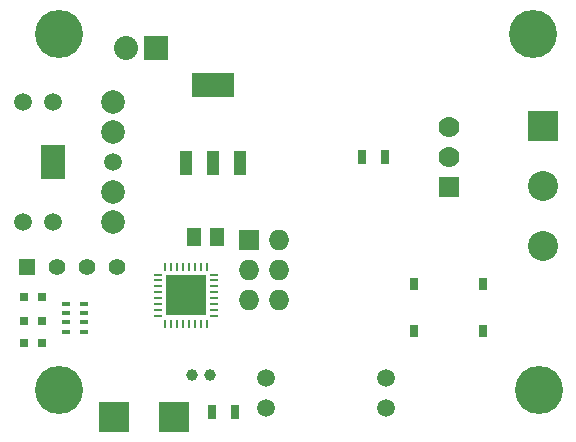
<source format=gts>
G04 #@! TF.FileFunction,Soldermask,Top*
%FSLAX46Y46*%
G04 Gerber Fmt 4.6, Leading zero omitted, Abs format (unit mm)*
G04 Created by KiCad (PCBNEW (after 2015-mar-04 BZR unknown)-product) date Wed 10 Jun 2015 04:01:36 PM EDT*
%MOMM*%
G01*
G04 APERTURE LIST*
%ADD10C,0.150000*%
%ADD11R,1.727200X1.727200*%
%ADD12O,1.727200X1.727200*%
%ADD13R,1.300480X1.498600*%
%ADD14R,0.797560X0.797560*%
%ADD15R,0.700000X1.000000*%
%ADD16R,2.540000X2.540000*%
%ADD17C,2.540000*%
%ADD18R,2.000000X3.000000*%
%ADD19C,2.000000*%
%ADD20C,1.500000*%
%ADD21R,1.397000X1.397000*%
%ADD22C,1.397000*%
%ADD23R,0.800100X1.198880*%
%ADD24R,3.657600X2.032000*%
%ADD25R,1.016000X2.032000*%
%ADD26C,1.778000*%
%ADD27R,1.778000X1.778000*%
%ADD28C,1.000760*%
%ADD29R,2.032000X2.032000*%
%ADD30O,2.032000X2.032000*%
%ADD31R,0.250000X0.700000*%
%ADD32R,0.700000X0.250000*%
%ADD33R,1.725000X1.725000*%
%ADD34C,4.064000*%
%ADD35R,0.762000X0.431800*%
%ADD36R,2.550160X2.499360*%
%ADD37R,0.700000X1.300000*%
G04 APERTURE END LIST*
D10*
D11*
X103759000Y-166370000D03*
D12*
X103759000Y-168910000D03*
X103759000Y-171450000D03*
X106299000Y-171450000D03*
X106299000Y-168910000D03*
X106299000Y-166370000D03*
D13*
X99123500Y-166116000D03*
X101028500Y-166116000D03*
D14*
X86220300Y-171196000D03*
X84721700Y-171196000D03*
X86220300Y-173228000D03*
X84721700Y-173228000D03*
D15*
X117750000Y-174085000D03*
X117750000Y-170085000D03*
X123550000Y-174085000D03*
X123550000Y-170085000D03*
D14*
X86220300Y-175133000D03*
X84721700Y-175133000D03*
D16*
X128651000Y-156718000D03*
D17*
X128651000Y-161798000D03*
X128651000Y-166878000D03*
D18*
X87122000Y-159766000D03*
D19*
X92202000Y-157226000D03*
X92202000Y-154686000D03*
X92202000Y-162306000D03*
X92202000Y-164846000D03*
D20*
X84582000Y-154686000D03*
X84582000Y-164846000D03*
X87122000Y-164846000D03*
X87122000Y-154686000D03*
X92202000Y-159766000D03*
D21*
X84963000Y-168656000D03*
D22*
X87503000Y-168656000D03*
X90043000Y-168656000D03*
X92583000Y-168656000D03*
D23*
X102600760Y-180975000D03*
X100599240Y-180975000D03*
D24*
X100711000Y-153289000D03*
D25*
X100711000Y-159893000D03*
X102997000Y-159893000D03*
X98425000Y-159893000D03*
D26*
X120650000Y-156845000D03*
X120650000Y-159385000D03*
D27*
X120650000Y-161925000D03*
D20*
X105156000Y-180594000D03*
X105156000Y-178054000D03*
X115316000Y-178054000D03*
X115316000Y-180594000D03*
D28*
X98945700Y-177800000D03*
X100444300Y-177800000D03*
D29*
X95885000Y-150114000D03*
D30*
X93345000Y-150114000D03*
D31*
X96675000Y-173469000D03*
X97175000Y-173469000D03*
X97675000Y-173469000D03*
X98175000Y-173469000D03*
X98675000Y-173469000D03*
X99175000Y-173469000D03*
X99675000Y-173469000D03*
X100175000Y-173469000D03*
D32*
X100825000Y-172819000D03*
X100825000Y-172319000D03*
X100825000Y-171819000D03*
X100825000Y-171319000D03*
X100825000Y-170819000D03*
X100825000Y-170319000D03*
X100825000Y-169819000D03*
X100825000Y-169319000D03*
D31*
X100175000Y-168669000D03*
X99675000Y-168669000D03*
X99175000Y-168669000D03*
X98675000Y-168669000D03*
X98175000Y-168669000D03*
X97675000Y-168669000D03*
X97175000Y-168669000D03*
X96675000Y-168669000D03*
D32*
X96025000Y-169319000D03*
X96025000Y-169819000D03*
X96025000Y-170319000D03*
X96025000Y-170819000D03*
X96025000Y-171319000D03*
X96025000Y-171819000D03*
X96025000Y-172319000D03*
X96025000Y-172819000D03*
D33*
X99287500Y-170206500D03*
X97562500Y-170206500D03*
X99287500Y-171931500D03*
X97562500Y-171931500D03*
D34*
X87630000Y-148971000D03*
X128270000Y-179070000D03*
X87630000Y-179070000D03*
X127762000Y-148971000D03*
D35*
X89789000Y-173372780D03*
X88265000Y-173372780D03*
X89789000Y-172575220D03*
X88265000Y-172575220D03*
X89789000Y-174172880D03*
X89789000Y-171775120D03*
X88265000Y-171775120D03*
X88265000Y-174172880D03*
D36*
X92344240Y-181356000D03*
X97393760Y-181356000D03*
D37*
X113350000Y-159385000D03*
X115250000Y-159385000D03*
M02*

</source>
